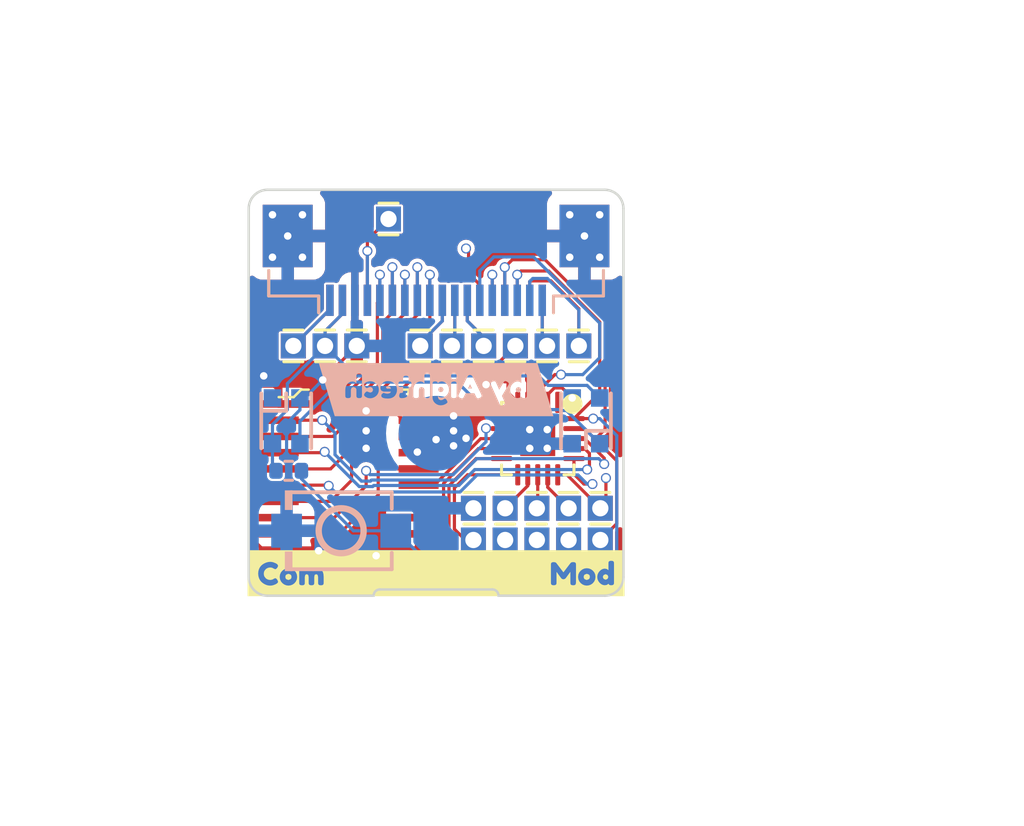
<source format=kicad_pcb>
(kicad_pcb (version 20240108) (generator "pcbnew") (generator_version "8.0")
  (title_block (title "Com. module") (date "2023-12-25") (rev "1.0") (company "Aightech"))
  (layers (0 "F.Cu" signal "Front") (1 "In1.Cu" signal) (2 "In2.Cu" signal) (31 "B.Cu" signal "Back") (34 "B.Paste" user) (35 "F.Paste" user) (36 "B.SilkS" user "B.Silkscreen") (37 "F.SilkS" user "F.Silkscreen") (38 "B.Mask" user) (39 "F.Mask" user) (44 "Edge.Cuts" user))
  (net 0 "")
  (net 1 "GND")
  (net 2 "/Vcap")
  (net 3 "/MISO")
  (net 4 "/MOSI")
  (net 5 "/SCLK")
  (net 6 "/CSB")
  (net 7 "/extRef")
  (net 8 "/addr_bus_0")
  (net 9 "/addr_bus_1")
  (net 10 "/addr_bus_2")
  (net 11 "/addr_bus_3")
  (net 12 "/addr_bus_4")
  (net 13 "/i2C_SCL")
  (net 14 "/I2C_SDA")
  (net 15 "/IO1_in")
  (net 16 "/IO2")
  (net 17 "/AUX1")
  (net 18 "/AUX2")
  (net 19 "/AUX3")
  (net 20 "/SWDIO{slash}MISO_ARM")
  (net 21 "/MOSI_ARM")
  (net 22 "/SCLK_ARM")
  (net 23 "/SPICS_ARM")
  (net 24 "/AIN0")
  (net 25 "Net-(LED1-DO)")
  (net 26 "/LED_IN")
  (net 27 "/LED_OUT")
  (net 28 "+3.3V")
  (net 30 "/addr_mod_0")
  (net 31 "/addr_mod_1")
  (net 32 "/addr_mod_2")
  (net 33 "/addr_mod_4")
  (net 34 "/addr_mod_3")
  (net 35 "/IO1_out")
  (net 36 "/GPIO")
  (footprint "Connector_PinHeader_1.27mm:PinHeader_1x01_P1.27mm_Vertical" (layer "F.Cu") (at 36.39 34.795)
    (property "Reference" "J17" (hide yes))
    (property "Value" "Conn_01x01_Pin" (hide yes))
    (pad "1" thru_hole rect (at 0 0) (size 1 1) (drill 0.65) (layers "*.Cu" "*.Mask") (net 14 "/I2C_SDA"))
  )
  (footprint "Connector_PinHeader_1.27mm:PinHeader_1x01_P1.27mm_Vertical" (layer "F.Cu") (at 29.180001 27.025)
    (property "Reference" "J5" (hide yes))
    (property "Value" "Conn_01x01_Pin" (hide yes))
    (pad "1" thru_hole rect (at 0 0) (size 1 1) (drill 0.65) (layers "*.Cu" "*.Mask") (net 3 "/MISO"))
  )
  (footprint "00_Custom:QFN-20-1EP_3x3mm_P0.4mm_EP1.4x1.4mm" (layer "F.Cu") (at 33.885 30.735 -90)
    (property "Reference" "U1" (hide yes))
    (property "Value" "HC32L110C6UA" (hide yes))
    (pad "1" smd roundrect (at -1.45 -0.8 270) (size 0.85 0.2) (layers "F.Cu" "F.Paste" "F.Mask"))
    (pad "2" smd roundrect (at -1.45 -0.4 270) (size 0.85 0.2) (layers "F.Cu" "F.Paste" "F.Mask") (net 26 "/LED_IN"))
    (pad "3" smd roundrect (at -1.45 0 270) (size 0.85 0.2) (layers "F.Cu" "F.Paste" "F.Mask") (net 15 "/IO1_in"))
    (pad "4" smd roundrect (at -1.45 0.4 270) (size 0.85 0.2) (layers "F.Cu" "F.Paste" "F.Mask") (net 1 "GND"))
    (pad "5" smd roundrect (at -1.45 0.8 270) (size 0.85 0.2) (layers "F.Cu" "F.Paste" "F.Mask") (net 2 "/Vcap"))
    (pad "6" smd roundrect (at -0.8 1.45 270) (size 0.2 0.85) (layers "F.Cu" "F.Paste" "F.Mask") (net 28 "+3.3V"))
    (pad "7" smd roundrect (at -0.4 1.45 270) (size 0.2 0.85) (layers "F.Cu" "F.Paste" "F.Mask") (net 34 "/addr_mod_3"))
    (pad "8" smd roundrect (at 0 1.45 270) (size 0.2 0.85) (layers "F.Cu" "F.Paste" "F.Mask") (net 33 "/addr_mod_4"))
    (pad "9" smd roundrect (at 0.4 1.45 270) (size 0.2 0.85) (layers "F.Cu" "F.Paste" "F.Mask") (net 23 "/SPICS_ARM"))
    (pad "10" smd roundrect (at 0.8 1.45 270) (size 0.2 0.85) (layers "F.Cu" "F.Paste" "F.Mask") (net 36 "/GPIO"))
    (pad "11" smd roundrect (at 1.45 0.8 270) (size 0.85 0.2) (layers "F.Cu" "F.Paste" "F.Mask") (net 24 "/AIN0"))
    (pad "12" smd roundrect (at 1.45 0.4 270) (size 0.85 0.2) (layers "F.Cu" "F.Paste" "F.Mask") (net 22 "/SCLK_ARM"))
    (pad "13" smd roundrect (at 1.45 0 270) (size 0.85 0.2) (layers "F.Cu" "F.Paste" "F.Mask") (net 21 "/MOSI_ARM"))
    (pad "14" smd roundrect (at 1.45 -0.4 270) (size 0.85 0.2) (layers "F.Cu" "F.Paste" "F.Mask") (net 20 "/SWDIO{slash}MISO_ARM"))
    (pad "15" smd roundrect (at 1.45 -0.8 270) (size 0.85 0.2) (layers "F.Cu" "F.Paste" "F.Mask") (net 35 "/IO1_out"))
    (pad "16" smd roundrect (at 0.8 -1.45 270) (size 0.2 0.85) (layers "F.Cu" "F.Paste" "F.Mask") (net 32 "/addr_mod_2"))
    (pad "17" smd roundrect (at 0.4 -1.45 270) (size 0.2 0.85) (layers "F.Cu" "F.Paste" "F.Mask") (net 31 "/addr_mod_1"))
    (pad "18" smd roundrect (at 0 -1.45 270) (size 0.2 0.85) (layers "F.Cu" "F.Paste" "F.Mask") (net 30 "/addr_mod_0"))
    (pad "19" smd roundrect (at -0.4 -1.45 270) (size 0.2 0.85) (layers "F.Cu" "F.Paste" "F.Mask") (net 14 "/I2C_SDA"))
    (pad "20" smd roundrect (at -0.8 -1.45 270) (size 0.2 0.85) (layers "F.Cu" "F.Paste" "F.Mask") (net 13 "/i2C_SCL"))
    (pad "21" smd rect (at 0 0 270) (size 1.4 1.4) (layers "F.Cu" "F.Mask") (net 1 "GND"))
  )
  (footprint "Connector_PinHeader_1.27mm:PinHeader_1x01_P1.27mm_Vertical" (layer "F.Cu") (at 27.910001 21.945)
    (property "Reference" "J3" (hide yes))
    (property "Value" "Conn_01x01_Pin" (hide yes))
    (pad "1" thru_hole rect (at 0 0) (size 1 1) (drill 0.65) (layers "*.Cu" "*.Mask") (net 19 "/AUX3"))
  )
  (footprint "Capacitor_SMD:C_0402_1005Metric" (layer "F.Cu") (at 33.175 28.215 180)
    (property "Reference" "C1" (hide yes))
    (property "Value" "4.7uF" (hide yes))
    (pad "1" smd roundrect (at -0.48 0 180) (size 0.56 0.62) (layers "F.Cu" "F.Paste" "F.Mask") (net 1 "GND"))
    (pad "2" smd roundrect (at 0.48 0 180) (size 0.56 0.62) (layers "F.Cu" "F.Paste" "F.Mask") (net 2 "/Vcap"))
  )
  (footprint "Connector_PinHeader_1.27mm:PinHeader_1x01_P1.27mm_Vertical" (layer "F.Cu") (at 24.100001 27.025)
    (property "Reference" "J19" (hide yes))
    (property "Value" "Conn_01x01_Pin" (hide yes))
    (pad "1" thru_hole rect (at 0 0) (size 1 1) (drill 0.65) (layers "*.Cu" "*.Mask") (net 17 "/AUX1"))
  )
  (footprint "Connector_PinHeader_1.27mm:PinHeader_1x01_P1.27mm_Vertical" (layer "F.Cu") (at 31.31 33.525)
    (property "Reference" "J23" (hide yes))
    (property "Value" "Conn_01x01_Pin" (hide yes))
    (pad "1" thru_hole rect (at 0 0) (size 1 1) (drill 0.65) (layers "*.Cu" "*.Mask") (net 1 "GND"))
  )
  (footprint "Connector_PinHeader_1.27mm:PinHeader_1x01_P1.27mm_Vertical" (layer "F.Cu") (at 35.530001 27.025)
    (property "Reference" "J20" (hide yes))
    (property "Value" "Conn_01x01_Pin" (hide yes))
    (pad "1" thru_hole rect (at 0 0) (size 1 1) (drill 0.65) (layers "*.Cu" "*.Mask") (net 18 "/AUX2"))
  )
  (footprint "00_Custom:XUNPU_FPC_05F_18P_H20" (layer "F.Cu") (at 29.815001 25.025 180)
    (property "Reference" "J10" (hide yes))
    (property "Value" "XF2J-1824-12A" (hide yes))
    (pad "1" smd rect (at -4.25 -0.175 180) (size 0.3 1.25) (layers "F.Cu" "F.Paste" "F.Mask") (net 7 "/extRef"))
    (pad "2" smd rect (at -3.75 -0.175 180) (size 0.3 1.25) (layers "F.Cu" "F.Paste" "F.Mask") (net 18 "/AUX2"))
    (pad "3" smd rect (at -3.25 -0.175 180) (size 0.3 1.25) (layers "F.Cu" "F.Paste" "F.Mask") (net 13 "/i2C_SCL"))
    (pad "4" smd rect (at -2.75 -0.175 180) (size 0.3 1.25) (layers "F.Cu" "F.Paste" "F.Mask") (net 14 "/I2C_SDA"))
    (pad "5" smd rect (at -2.25 -0.175 180) (size 0.3 1.25) (layers "F.Cu" "F.Paste" "F.Mask") (net 16 "/IO2"))
    (pad "6" smd rect (at -1.75 -0.175 180) (size 0.3 1.25) (layers "F.Cu" "F.Paste" "F.Mask") (net 35 "/IO1_out"))
    (pad "7" smd rect (at -1.25 -0.175 180) (size 0.3 1.25) (layers "F.Cu" "F.Paste" "F.Mask") (net 5 "/SCLK"))
    (pad "8" smd rect (at -0.75 -0.175 180) (size 0.3 1.25) (layers "F.Cu" "F.Paste" "F.Mask") (net 4 "/MOSI"))
    (pad "9" smd rect (at -0.25 -0.175 180) (size 0.3 1.25) (layers "F.Cu" "F.Paste" "F.Mask") (net 3 "/MISO"))
    (pad "10" smd rect (at 0.25 -0.175 180) (size 0.3 1.25) (layers "F.Cu" "F.Paste" "F.Mask") (net 12 "/addr_bus_4"))
    (pad "11" smd rect (at 0.75 -0.175 180) (size 0.3 1.25) (layers "F.Cu" "F.Paste" "F.Mask") (net 11 "/addr_bus_3"))
    (pad "12" smd rect (at 1.25 -0.175 180) (size 0.3 1.25) (layers "F.Cu" "F.Paste" "F.Mask") (net 10 "/addr_bus_2"))
    (pad "13" smd rect (at 1.75 -0.175 180) (size 0.3 1.25) (layers "F.Cu" "F.Paste" "F.Mask") (net 9 "/addr_bus_1"))
    (pad "14" smd rect (at 2.25 -0.175 180) (size 0.3 1.25) (layers "F.Cu" "F.Paste" "F.Mask") (net 8 "/addr_bus_0"))
    (pad "15" smd rect (at 2.75 -0.175 180) (size 0.3 1.25) (layers "F.Cu" "F.Paste" "F.Mask") (net 19 "/AUX3"))
    (pad "16" smd rect (at 3.25 -0.175 180) (size 0.3 1.25) (layers "F.Cu" "F.Paste" "F.Mask") (net 1 "GND"))
    (pad "17" smd rect (at 3.75 -0.175 180) (size 0.3 1.25) (layers "F.Cu" "F.Paste" "F.Mask") (net 28 "+3.3V"))
    (pad "18" smd rect (at 4.25 -0.175 180) (size 0.3 1.25) (layers "F.Cu" "F.Paste" "F.Mask") (net 17 "/AUX1"))
    (pad "19" smd rect (at -5.94 2.4 180) (size 2 2.5) (layers "F.Cu" "F.Paste" "F.Mask") (net 1 "GND"))
    (pad "20" smd rect (at 5.94 2.4 180) (size 2 2.5) (layers "F.Cu" "F.Paste" "F.Mask") (net 1 "GND"))
  )
  (footprint "Connector_PinHeader_1.27mm:PinHeader_1x01_P1.27mm_Vertical" (layer "F.Cu") (at 26.640001 27.025 180)
    (property "Reference" "J2" (hide yes))
    (property "Value" "Conn_01x01_Pin" (hide yes))
    (pad "1" thru_hole rect (at 0 0 180) (size 1 1) (drill 0.65) (layers "*.Cu" "*.Mask") (net 1 "GND"))
  )
  (footprint "Connector_PinHeader_1.27mm:PinHeader_1x01_P1.27mm_Vertical" (layer "F.Cu") (at 35.12 33.525 180)
    (property "Reference" "J12" (hide yes))
    (property "Value" "Conn_01x01_Pin" (hide yes))
    (pad "1" thru_hole rect (at 0 0 180) (size 1 1) (drill 0.65) (layers "*.Cu" "*.Mask") (net 20 "/SWDIO{slash}MISO_ARM"))
  )
  (footprint "Connector_PinHeader_1.27mm:PinHeader_1x01_P1.27mm_Vertical" (layer "F.Cu") (at 32.990001 27.025)
    (property "Reference" "J8" (hide yes))
    (property "Value" "Conn_01x01_Pin" (hide yes))
    (pad "1" thru_hole rect (at 0 0) (size 1 1) (drill 0.65) (layers "*.Cu" "*.Mask") (net 6 "/CSB"))
  )
  (footprint "Connector_PinHeader_1.27mm:PinHeader_1x01_P1.27mm_Vertical" (layer "F.Cu") (at 25.370001 27.025)
    (property "Reference" "J1" (hide yes))
    (property "Value" "Conn_01x01_Pin" (hide yes))
    (pad "1" thru_hole rect (at 0 0) (size 1 1) (drill 0.65) (layers "*.Cu" "*.Mask") (net 28 "+3.3V"))
  )
  (footprint "digikey-footprints:TSSOP-20_W4.4mm" (layer "F.Cu") (at 26.315001 32.275 -90)
    (property "Reference" "U2" (hide yes))
    (property "Value" "74HC688" (hide yes))
    (pad "1" smd rect (at -2.925 2.8 270) (size 0.3 1.6) (layers "F.Cu" "F.Paste" "F.Mask") (net 1 "GND"))
    (pad "2" smd rect (at -2.275 2.8 270) (size 0.3 1.6) (layers "F.Cu" "F.Paste" "F.Mask") (net 30 "/addr_mod_0"))
    (pad "3" smd rect (at -1.625 2.8 270) (size 0.3 1.6) (layers "F.Cu" "F.Paste" "F.Mask") (net 8 "/addr_bus_0"))
    (pad "4" smd rect (at -0.975 2.8 270) (size 0.3 1.6) (layers "F.Cu" "F.Paste" "F.Mask") (net 31 "/addr_mod_1"))
    (pad "5" smd rect (at -0.325 2.8 270) (size 0.3 1.6) (layers "F.Cu" "F.Paste" "F.Mask") (net 9 "/addr_bus_1"))
    (pad "6" smd rect (at 0.325 2.8 270) (size 0.3 1.6) (layers "F.Cu" "F.Paste" "F.Mask") (net 32 "/addr_mod_2"))
    (pad "7" smd rect (at 0.975 2.8 270) (size 0.3 1.6) (layers "F.Cu" "F.Paste" "F.Mask") (net 10 "/addr_bus_2"))
    (pad "8" smd rect (at 1.625 2.8 270) (size 0.3 1.6) (layers "F.Cu" "F.Paste" "F.Mask") (net 34 "/addr_mod_3"))
    (pad "9" smd rect (at 2.275 2.8 270) (size 0.3 1.6) (layers "F.Cu" "F.Paste" "F.Mask") (net 11 "/addr_bus_3"))
    (pad "10" smd rect (at 2.925 2.8 270) (size 0.3 1.6) (layers "F.Cu" "F.Paste" "F.Mask") (net 1 "GND"))
    (pad "11" smd rect (at 2.925 -2.8 270) (size 0.3 1.6) (layers "F.Cu" "F.Paste" "F.Mask") (net 1 "GND"))
    (pad "12" smd rect (at 2.275 -2.8 270) (size 0.3 1.6) (layers "F.Cu" "F.Paste" "F.Mask") (net 1 "GND"))
    (pad "13" smd rect (at 1.625 -2.8 270) (size 0.3 1.6) (layers "F.Cu" "F.Paste" "F.Mask") (net 1 "GND"))
    (pad "14" smd rect (at 0.975 -2.8 270) (size 0.3 1.6) (layers "F.Cu" "F.Paste" "F.Mask") (net 1 "GND"))
    (pad "15" smd rect (at 0.325 -2.8 270) (size 0.3 1.6) (layers "F.Cu" "F.Paste" "F.Mask") (net 33 "/addr_mod_4"))
    (pad "16" smd rect (at -0.325 -2.8 270) (size 0.3 1.6) (layers "F.Cu" "F.Paste" "F.Mask") (net 12 "/addr_bus_4"))
    (pad "17" smd rect (at -0.975 -2.8 270) (size 0.3 1.6) (layers "F.Cu" "F.Paste" "F.Mask") (net 1 "GND"))
    (pad "18" smd rect (at -1.625 -2.8 270) (size 0.3 1.6) (layers "F.Cu" "F.Paste" "F.Mask") (net 1 "GND"))
    (pad "19" smd rect (at -2.275 -2.8 270) (size 0.3 1.6) (layers "F.Cu" "F.Paste" "F.Mask") (net 6 "/CSB"))
    (pad "20" smd rect (at -2.925 -2.8 270) (size 0.3 1.6) (layers "F.Cu" "F.Paste" "F.Mask") (net 28 "+3.3V"))
  )
  (footprint "Connector_PinHeader_1.27mm:PinHeader_1x01_P1.27mm_Vertical" (layer "F.Cu") (at 33.85 34.795)
    (property "Reference" "J15" (hide yes))
    (property "Value" "Conn_01x01_Pin" (hide yes))
    (pad "1" thru_hole rect (at 0 0) (size 1 1) (drill 0.65) (layers "*.Cu" "*.Mask") (net 23 "/SPICS_ARM"))
  )
  (footprint "Connector_PinHeader_1.27mm:PinHeader_1x01_P1.27mm_Vertical" (layer "F.Cu") (at 32.58 33.525 180)
    (property "Reference" "J14" (hide yes))
    (property "Value" "Conn_01x01_Pin" (hide yes))
    (pad "1" thru_hole rect (at 0 0 180) (size 1 1) (drill 0.65) (layers "*.Cu" "*.Mask") (net 22 "/SCLK_ARM"))
  )
  (footprint "Connector_PinHeader_1.27mm:PinHeader_1x01_P1.27mm_Vertical" (layer "F.Cu") (at 31.31 34.795)
    (property "Reference" "J18" (hide yes))
    (property "Value" "Conn_01x01_Pin" (hide yes))
    (pad "1" thru_hole rect (at 0 0) (size 1 1) (drill 0.65) (layers "*.Cu" "*.Mask") (net 24 "/AIN0"))
  )
  (footprint "Connector_PinHeader_1.27mm:PinHeader_1x01_P1.27mm_Vertical" (layer "F.Cu") (at 33.850001 33.525 180)
    (property "Reference" "J13" (hide yes))
    (property "Value" "Conn_01x01_Pin" (hide yes))
    (pad "1" thru_hole rect (at 0 0 180) (size 1 1) (drill 0.65) (layers "*.Cu" "*.Mask") (net 21 "/MOSI_ARM"))
  )
  (footprint "Connector_PinHeader_1.27mm:PinHeader_1x01_P1.27mm_Vertical" (layer "F.Cu") (at 31.720001 27.025)
    (property "Reference" "J7" (hide yes))
    (property "Value" "Conn_01x01_Pin" (hide yes))
    (pad "1" thru_hole rect (at 0 0) (size 1 1) (drill 0.65) (layers "*.Cu" "*.Mask") (net 5 "/SCLK"))
  )
  (footprint "Connector_PinHeader_1.27mm:PinHeader_1x01_P1.27mm_Vertical" (layer "F.Cu") (at 32.58 34.795)
    (property "Reference" "J21" (hide yes))
    (property "Value" "Conn_01x01_Pin" (hide yes))
    (pad "1" thru_hole rect (at 0 0) (size 1 1) (drill 0.65) (layers "*.Cu" "*.Mask") (net 36 "/GPIO"))
  )
  (footprint "Connector_PinHeader_1.27mm:PinHeader_1x01_P1.27mm_Vertical" (layer "F.Cu") (at 35.12 34.795)
    (property "Reference" "J16" (hide yes))
    (property "Value" "Conn_01x01_Pin" (hide yes))
    (pad "1" thru_hole rect (at 0 0) (size 1 1) (drill 0.65) (layers "*.Cu" "*.Mask") (net 13 "/i2C_SCL"))
  )
  (footprint "Connector_PinHeader_1.27mm:PinHeader_1x01_P1.27mm_Vertical" (layer "F.Cu") (at 36.39 33.525 180)
    (property "Reference" "J11" (hide yes))
    (property "Value" "Conn_01x01_Pin" (hide yes))
    (pad "1" thru_hole rect (at 0 0 180) (size 1 1) (drill 0.65) (layers "*.Cu" "*.Mask") (net 35 "/IO1_out"))
  )
  (footprint "kibuzzard-658C3FF8" (layer "F.Cu") (at 29.815 36.125)
    (property "Reference" "kibuzzard-658C3FF8" (hide yes))
    (property "Value" "G***" (hide yes))
  )
  (footprint "Connector_PinHeader_1.27mm:PinHeader_1x01_P1.27mm_Vertical" (layer "F.Cu") (at 30.450001 27.025)
    (property "Reference" "J6" (hide yes))
    (property "Value" "Conn_01x01_Pin" (hide yes))
    (pad "1" thru_hole rect (at 0 0) (size 1 1) (drill 0.65) (layers "*.Cu" "*.Mask") (net 4 "/MOSI"))
  )
  (footprint "Connector_PinHeader_1.27mm:PinHeader_1x01_P1.27mm_Vertical" (layer "F.Cu") (at 34.260001 27.025)
    (property "Reference" "J9" (hide yes))
    (property "Value" "Conn_01x01_Pin" (hide yes))
    (pad "1" thru_hole rect (at 0 0) (size 1 1) (drill 0.65) (layers "*.Cu" "*.Mask") (net 7 "/extRef"))
  )
  (footprint "00_Custom:WS2812-2020" (layer "B.Cu") (at 23.815001 30.025 90)
    (property "Reference" "LED2" (hide yes))
    (property "Value" "WS2812-2020" (hide yes))
    (pad "1" smd rect (at 0.915 -0.55 90) (size 0.7 0.7) (layers "B.Cu" "B.Paste" "B.Mask") (net 27 "/LED_OUT"))
    (pad "2" smd rect (at 0.915 0.55 90) (size 0.7 0.7) (layers "B.Cu" "B.Paste" "B.Mask") (net 1 "GND"))
    (pad "3" smd rect (at -0.915 0.55 90) (size 0.7 0.7) (layers "B.Cu" "B.Paste" "B.Mask") (net 25 "Net-(LED1-DO)"))
    (pad "4" smd rect (at -0.915 -0.55 90) (size 0.7 0.7) (layers "B.Cu" "B.Paste" "B.Mask") (net 28 "+3.3V"))
  )
  (footprint "00_Custom:XUNPU_FPC_05F_18P_H20" (layer "B.Cu") (at 29.815001 25.025)
    (property "Reference" "J4" (hide yes))
    (property "Value" "XF2J-1824-12A" (hide yes))
    (pad "1" smd rect (at -4.25 0.175) (size 0.3 1.25) (layers "B.Cu" "B.Paste" "B.Mask") (net 17 "/AUX1"))
    (pad "2" smd rect (at -3.75 0.175) (size 0.3 1.25) (layers "B.Cu" "B.Paste" "B.Mask") (net 28 "+3.3V"))
    (pad "3" smd rect (at -3.25 0.175) (size 0.3 1.25) (layers "B.Cu" "B.Paste" "B.Mask") (net 1 "GND"))
    (pad "4" smd rect (at -2.75 0.175) (size 0.3 1.25) (layers "B.Cu" "B.Paste" "B.Mask") (net 19 "/AUX3"))
    (pad "5" smd rect (at -2.25 0.175) (size 0.3 1.25) (layers "B.Cu" "B.Paste" "B.Mask") (net 8 "/addr_bus_0"))
    (pad "6" smd rect (at -1.75 0.175) (size 0.3 1.25) (layers "B.Cu" "B.Paste" "B.Mask") (net 9 "/addr_bus_1"))
    (pad "7" smd rect (at -1.25 0.175) (size 0.3 1.25) (layers "B.Cu" "B.Paste" "B.Mask") (net 10 "/addr_bus_2"))
    (pad "8" smd rect (at -0.75 0.175) (size 0.3 1.25) (layers "B.Cu" "B.Paste" "B.Mask") (net 11 "/addr_bus_3"))
    (pad "9" smd rect (at -0.25 0.175) (size 0.3 1.25) (layers "B.Cu" "B.Paste" "B.Mask") (net 12 "/addr_bus_4"))
    (pad "10" smd rect (at 0.25 0.175) (size 0.3 1.25) (layers "B.Cu" "B.Paste" "B.Mask") (net 3 "/MISO"))
    (pad "11" smd rect (at 0.75 0.175) (size 0.3 1.25) (layers "B.Cu" "B.Paste" "B.Mask") (net 4 "/MOSI"))
    (pad "12" smd rect (at 1.25 0.175) (size 0.3 1.25) (layers "B.Cu" "B.Paste" "B.Mask") (net 5 "/SCLK"))
    (pad "13" smd rect (at 1.75 0.175) (size 0.3 1.25) (layers "B.Cu" "B.Paste" "B.Mask") (net 15 "/IO1_in"))
    (pad "14" smd rect (at 2.25 0.175) (size 0.3 1.25) (layers "B.Cu" "B.Paste" "B.Mask") (net 16 "/IO2"))
    (pad "15" smd rect (at 2.75 0.175) (size 0.3 1.25) (layers "B.Cu" "B.Paste" "B.Mask") (net 14 "/I2C_SDA"))
    (pad "16" smd rect (at 3.25 0.175) (size 0.3 1.25) (layers "B.Cu" "B.Paste" "B.Mask") (net 13 "/i2C_SCL"))
    (pad "17" smd rect (at 3.75 0.175) (size 0.3 1.25) (layers "B.Cu" "B.Paste" "B.Mask") (net 18 "/AUX2"))
    (pad "18" smd rect (at 4.25 0.175) (size 0.3 1.25) (layers "B.Cu" "B.Paste" "B.Mask") (net 7 "/extRef"))
    (pad "19" smd rect (at -5.94 -2.4) (size 2 2.5) (layers "B.Cu" "B.Paste" "B.Mask") (net 1 "GND"))
    (pad "20" smd rect (at 5.94 -2.4) (size 2 2.5) (layers "B.Cu" "B.Paste" "B.Mask") (net 1 "GND"))
  )
  (footprint "00_Custom:insert_1.2mm" (layer "B.Cu") (at 29.815 30.525 180)
    (property "Reference" "I1" (hide yes))
    (property "Value" "smd_insert" (hide yes))
    (pad "1" smd circle (at 0 0 180) (size 3 3) (layers "B.Cu" "B.Mask") (net 1 "GND"))
  )
  (footprint "00_Custom:WS2812-2020" (layer "B.Cu") (at 35.815001 30.025 -90)
    (property "Reference" "LED1" (hide yes))
    (property "Value" "WS2812-2020" (hide yes))
    (pad "1" smd rect (at 0.915 -0.55 270) (size 0.7 0.7) (layers "B.Cu" "B.Paste" "B.Mask") (net 25 "Net-(LED1-DO)"))
    (pad "2" smd rect (at 0.915 0.55 270) (size 0.7 0.7) (layers "B.Cu" "B.Paste" "B.Mask") (net 1 "GND"))
    (pad "3" smd rect (at -0.915 0.55 270) (size 0.7 0.7) (layers "B.Cu" "B.Paste" "B.Mask") (net 26 "/LED_IN"))
    (pad "4" smd rect (at -0.915 -0.55 270) (size 0.7 0.7) (layers "B.Cu" "B.Paste" "B.Mask") (net 28 "+3.3V"))
  )
  (footprint "Resistor_SMD:R_0402_1005Metric" (layer "B.Cu") (at 23.915 32.025)
    (property "Reference" "R1" (hide yes))
    (property "Value" "10K" (hide yes))
    (pad "1" smd roundrect (at -0.51 0) (size 0.54 0.64) (layers "B.Cu" "B.Paste" "B.Mask") (net 28 "+3.3V"))
    (pad "2" smd roundrect (at 0.51 0) (size 0.54 0.64) (layers "B.Cu" "B.Paste" "B.Mask") (net 36 "/GPIO"))
  )
  (footprint "kibuzzard-658C2757" (layer "B.Cu") (at 29.815 28.775 180)
    (property "Reference" "kibuzzard-658C2757" (hide yes))
    (property "Value" "G***" (hide yes))
  )
  (footprint "00_Custom:SW-SMD_L3.9-W3.0-P4.45" (layer "B.Cu") (at 26.015 34.425 180)
    (property "Reference" "SW1" (hide yes))
    (property "Value" "NA" (hide yes))
    (pad "1" smd rect (at -2.185 0 180) (size 1.23 1.36) (layers "B.Cu" "B.Paste" "B.Mask") (net 36 "/GPIO"))
    (pad "2" smd rect (at 2.185 0 180) (size 1.23 1.36) (layers "B.Cu" "B.Paste" "B.Mask") (net 1 "GND"))
  )
  (gr_line (start 22.315001 21.525) (end 22.315001 36.275) (stroke (width 0.1)) (layer "Edge.Cuts"))
  (gr_arc (start 36.565001 20.774999) (mid 37.095331 20.994669) (end 37.315001 21.524999) (stroke (width 0.1)) (layer "Edge.Cuts"))
  (gr_arc (start 32.065 36.775) (mid 32.241777 36.848223) (end 32.315 37.025) (stroke (width 0.1)) (layer "Edge.Cuts"))
  (gr_line (start 23.065 37.025) (end 27.315 37.025) (stroke (width 0.1)) (layer "Edge.Cuts"))
  (gr_line (start 32.315 37.025) (end 32.315 37.025) (stroke (width 0.1)) (layer "Edge.Cuts"))
  (gr_line (start 27.315 37.025) (end 27.315 37.025) (stroke (width 0.1)) (layer "Edge.Cuts"))
  (gr_line (start 32.315 37.025) (end 36.565 37.025) (stroke (width 0.1)) (layer "Edge.Cuts"))
  (gr_line (start 36.565001 20.774999) (end 23.065001 20.775) (stroke (width 0.1)) (layer "Edge.Cuts"))
  (gr_arc (start 22.315001 21.525) (mid 22.534671 20.99467) (end 23.065001 20.775) (stroke (width 0.1)) (layer "Edge.Cuts"))
  (gr_arc (start 37.315 36.275) (mid 37.09533 36.80533) (end 36.565 37.025) (stroke (width 0.1)) (layer "Edge.Cuts"))
  (gr_line (start 27.565 36.775) (end 32.065 36.775) (stroke (width 0.1)) (layer "Edge.Cuts"))
  (gr_arc (start 23.065 37.025) (mid 22.53467 36.80533) (end 22.315001 36.275) (stroke (width 0.1)) (layer "Edge.Cuts"))
  (gr_line (start 37.315001 21.524999) (end 37.315 36.275) (stroke (width 0.1)) (layer "Edge.Cuts"))
  (gr_arc (start 27.315 37.025) (mid 27.388223 36.848223) (end 27.565 36.775) (stroke (width 0.1)) (layer "Edge.Cuts"))
  (segment (start 23.515001 29.35) (end 23.515001 28.825001) (width 0.127) (layer "F.Cu") (net 1))
  (segment (start 23.540001 35.225) (end 23.515001 35.2) (width 0.127) (layer "F.Cu") (net 1))
  (segment (start 29.115001 30.65) (end 29.065 31.275) (width 0.127) (layer "F.Cu") (net 1))
  (segment (start 29.115001 35.2) (end 29.115001 33.25) (width 0.127) (layer "F.Cu") (net 1))
  (segment (start 27.64 35.2) (end 29.115001 35.2) (width 0.127) (layer "F.Cu") (net 1))
  (segment (start 25.2775 28.3875) (end 26.640001 27.025) (width 0.127) (layer "F.Cu") (net 1))
  (segment (start 26.565001 26.95) (end 26.640001 27.025) (width 0.127) (layer "F.Cu") (net 1))
  (segment (start 22.561501 29.6535) (end 22.865001 29.35) (width 0.127) (layer "F.Cu") (net 1))
  (segment (start 33.485 28.385) (end 33.485 29.285) (width 0.127) (layer "F.Cu") (net 1))
  (segment (start 22.908001 35.2) (end 22.561501 34.8535) (width 0.127) (layer "F.Cu") (net 1))
  (segment (start 25.115 35.225) (end 23.540001 35.225) (width 0.127) (layer "F.Cu") (net 1))
  (segment (start 29.115001 35.2) (end 29.765001 35.2) (width 0.127) (layer "F.Cu") (net 1))
  (segment (start 33.655 28.215) (end 33.485 28.385) (width 0.127) (layer "F.Cu") (net 1))
  (segment (start 33.525 30.375) (end 33.565 30.375) (width 0.127) (layer "F.Cu") (net 1))
  (segment (start 33.565 30.415) (end 33.885 30.735) (width 0.127) (layer "F.Cu") (net 1))
  (segment (start 29.065 31.275) (end 29.115001 31.3) (width 0.127) (layer "F.Cu") (net 1))
  (segment (start 24.315001 29.35) (end 25.2775 28.3875) (width 0.127) (layer "F.Cu") (net 1))
  (segment (start 26.565001 25.2) (end 26.565001 26.95) (width 0.127) (layer "F.Cu") (net 1))
  (segment (start 22.865001 29.35) (end 23.515001 29.35) (width 0.127) (layer "F.Cu") (net 1))
  (segment (start 23.515001 29.35) (end 24.315001 29.35) (width 0.127) (layer "F.Cu") (net 1))
  (segment (start 27.415 35.425) (end 27.64 35.2) (width 0.127) (layer "F.Cu") (net 1))
  (segment (start 23.515001 35.2) (end 22.908001 35.2) (width 0.127) (layer "F.Cu") (net 1))
  (segment (start 33.565 30.375) (end 33.565 30.415) (width 0.127) (layer "F.Cu") (net 1))
  (segment (start 23.515001 28.825001) (end 22.915 28.225) (width 0.127) (layer "F.Cu") (net 1))
  (segment (start 33.485 29.285) (end 33.485 30.335) (width 0.127) (layer "F.Cu") (net 1))
  (segment (start 22.561501 34.8535) (end 22.561501 29.6535) (width 0.127) (layer "F.Cu") (net 1))
  (segment (start 28.655001 33.25) (end 29.115001 33.25) (width 0.127) (layer "F.Cu") (net 1))
  (segment (start 33.485 30.335) (end 33.525 30.375) (width 0.127) (layer "F.Cu") (net 1))
  (via (at 30.515 31.025) (size 0.4) (drill 0.3) (layers "F.Cu" "B.Cu") (net 1))
  (via (at 31.015 30.725) (size 0.4) (drill 0.3) (layers "F.Cu" "B.Cu") (net 1))
  (via (at 22.915 28.225) (size 0.4) (drill 0.3) (layers "F.Cu" "B.Cu") (net 1))
  (via (at 27.015 30.425) (size 0.4) (drill 0.3) (layers "F.Cu" "B.Cu") (net 1))
  (via (at 25.115 35.225) (size 0.4) (drill 0.3) (layers "F.Cu" "B.Cu") (net 1))
  (via (at 33.565 30.375) (size 0.4) (drill 0.3) (layers "F.Cu" "B.Cu") (net 1))
  (via (at 35.165 21.775) (size 0.4) (drill 0.3) (layers "F.Cu" "B.Cu") (net 1))
  (via (at 36.365 23.475) (size 0.4) (drill 0.3) (layers "F.Cu" "B.Cu") (net 1))
  (via (at 29.065 31.275) (size 0.4) (drill 0.3) (layers "F.Cu" "B.Cu") (net 1))
  (via (at 27.015 29.625) (size 0.4) (drill 0.3) (layers "F.Cu" "B.Cu") (net 1))
  (via (at 29.815 30.775) (size 0.4) (drill 0.3) (layers "F.Cu" "B.Cu") (net 1))
  (via (at 30.515 30.425) (size 0.4) (drill 0.3) (layers "F.Cu" "B.Cu") (net 1))
  (via (at 35.165 23.475) (size 0.4) (drill 0.3) (layers "F.Cu" "B.Cu") (net 1))
  (via (at 25.2775 28.3875) (size 0.4) (drill 0.3) (layers "F.Cu" "B.Cu") (net 1))
  (via (at 30.515 29.825) (size 0.4) (drill 0.3) (layers "F.Cu" "B.Cu") (net 1))
  (via (at 27.015 31.125) (size 0.4) (drill 0.3) (layers "F.Cu" "B.Cu") (net 1))
  (via (at 34.265 31.125) (size 0.4) (drill 0.3) (layers "F.Cu" "B.Cu") (net 1))
  (via (at 34.265 30.375) (size 0.4) (drill 0.3) (layers "F.Cu" "B.Cu") (net 1))
  (via (at 24.465 23.475) (size 0.4) (drill 0.3) (layers "F.Cu" "B.Cu") (net 1))
  (via (at 35.755001 22.625) (size 0.4) (drill 0.3) (layers "F.Cu" "B.Cu") (net 1))
  (via (at 23.265 23.475) (size 0.4) (drill 0.3) (layers "F.Cu" "B.Cu") (net 1))
  (via (at 36.365 21.775) (size 0.4) (drill 0.3) (layers "F.Cu" "B.Cu") (net 1))
  (via (at 33.565 31.125) (size 0.4) (drill 0.3) (layers "F.Cu" "B.Cu") (net 1))
  (via (at 24.465 21.775) (size 0.4) (drill 0.3) (layers "F.Cu" "B.Cu") (net 1))
  (via (at 23.875001 22.625) (size 0.4) (drill 0.3) (layers "F.Cu" "B.Cu") (net 1))
  (via (at 27.415 35.425) (size 0.4) (drill 0.3) (layers "F.Cu" "B.Cu") (net 1))
  (via (at 23.265 21.775) (size 0.4) (drill 0.3) (layers "F.Cu" "B.Cu") (net 1))
  (segment (start 24.365001 29.11) (end 24.555 29.11) (width 0.127) (layer "B.Cu") (net 1))
  (segment (start 23.83 30.122001) (end 23.83 34.425) (width 0.127) (layer "B.Cu") (net 1))
  (segment (start 34.08 30.94) (end 34.265 31.125) (width 0.127) (layer "B.Cu") (net 1))
  (segment (start 26.565001 25.2) (end 26.565001 26.95) (width 0.127) (layer "B.Cu") (net 1))
  (segment (start 34.45 30.94) (end 35.265001 30.94) (width 0.127) (layer "B.Cu") (net 1))
  (segment (start 24.555 29.11) (end 25.2775 28.3875) (width 0.127) (layer "B.Cu") (net 1))
  (segment (start 24.365001 29.11) (end 24.365001 29.587) (width 0.127) (layer "B.Cu") (net 1))
  (segment (start 26.565001 26.95) (end 26.640001 27.025) (width 0.127) (layer "B.Cu") (net 1))
  (segment (start 33.98 30.94) (end 34.08 30.94) (width 0.127) (layer "B.Cu") (net 1))
  (segment (start 24.365001 29.587) (end 23.83 30.122001) (width 0.127) (layer "B.Cu") (net 1))
  (segment (start 34.265 31.125) (end 34.45 30.94) (width 0.127) (layer "B.Cu") (net 1))
  (segment (start 32.695 28.215) (end 32.695 28.895) (width 0.127) (layer "F.Cu") (net 2))
  (segment (start 32.695 28.895) (end 33.085 29.285) (width 0.127) (layer "F.Cu") (net 2))
  (segment (start 30.065001 25.2) (end 30.065001 26.025) (width 0.127) (layer "F.Cu") (net 3))
  (segment (start 29.180001 26.91) (end 29.180001 27.025) (width 0.127) (layer "F.Cu") (net 3))
  (segment (start 30.065001 26.025) (end 29.180001 26.91) (width 0.127) (layer "F.Cu") (net 3))
  (segment (start 30.065001 25.2) (end 30.065001 26.025) (width 0.127) (layer "B.Cu") (net 3))
  (segment (start 30.065001 26.025) (end 29.180001 26.91) (width 0.127) (layer "B.Cu") (net 3))
  (segment (start 29.180001 26.91) (end 29.180001 27.025) (width 0.127) (layer "B.Cu") (net 3))
  (segment (start 30.565001 26.91) (end 30.450001 27.025) (width 0.127) (layer "F.Cu") (net 4))
  (segment (start 30.565001 25.2) (end 30.565001 26.91) (width 0.127) (layer "F.Cu") (net 4))
  (segment (start 30.565001 26.91) (end 30.450001 27.025) (width 0.127) (layer "B.Cu") (net 4))
  (segment (start 30.565001 25.2) (end 30.565001 26.91) (width 0.127) (layer "B.Cu") (net 4))
  (segment (start 31.065001 25.2) (end 31.065001 26.022501) (width 0.127) (layer "F.Cu") (net 5))
  (segment (start 31.720001 26.677501) (end 31.720001 27.025) (width 0.127) (layer "F.Cu") (net 5))
  (segment (start 31.065001 26.022501) (end 31.720001 26.677501) (width 0.127) (layer "F.Cu") (net 5))
  (segment (start 31.065001 26.025) (end 31.720001 26.68) (width 0.127) (layer "B.Cu") (net 5))
  (segment (start 31.720001 26.68) (end 31.720001 27.025) (width 0.127) (layer "B.Cu") (net 5))
  (segment (start 31.065001 25.2) (end 31.065001 26.025) (width 0.127) (layer "B.Cu") (net 5))
  (segment (start 28.015 29.506999) (end 28.508001 30) (width 0.127) (layer "F.Cu") (net 6))
  (segment (start 32.090001 27.925) (end 29.283001 27.925) (width 0.127) (layer "F.Cu") (net 6))
  (segment (start 32.990001 27.025) (end 32.090001 27.925) (width 0.127) (layer "F.Cu") (net 6))
  (segment (start 29.283001 27.925) (end 28.015 29.193001) (width 0.127) (layer "F.Cu") (net 6))
  (segment (start 28.508001 30) (end 29.115001 30) (width 0.127) (layer "F.Cu") (net 6))
  (segment (start 28.015 29.193001) (end 28.015 29.506999) (width 0.127) (layer "F.Cu") (net 6))
  (segment (start 34.065001 26.83) (end 34.260001 27.025) (width 0.127) (layer "F.Cu") (net 7))
  (segment (start 34.065001 25.2) (end 34.065001 26.83) (width 0.127) (layer "F.Cu") (net 7))
  (segment (start 34.065001 26.83) (end 34.260001 27.025) (width 0.127) (layer "B.Cu") (net 7))
  (segment (start 34.065001 25.2) (end 34.065001 26.83) (width 0.127) (layer "B.Cu") (net 7))
  (segment (start 25.69 30.65) (end 23.515001 30.65) (width 0.127) (layer "F.Cu") (net 8))
  (segment (start 27.465 27.725) (end 25.997 29.193) (width 0.127) (layer "F.Cu") (net 8))
  (segment (start 27.465 25.300001) (end 27.465 27.725) (width 0.127) (layer "F.Cu") (net 8))
  (segment (start 27.565001 25.2) (end 27.465 25.300001) (width 0.127) (layer "F.Cu") (net 8))
  (segment (start 27.565 24.175) (end 27.565001 25.2) (width 0.127) (layer "F.Cu") (net 8))
  (segment (start 25.997 30.343) (end 25.69 30.65) (width 0.127) (layer "F.Cu") (net 8))
  (segment (start 25.997 29.193) (end 25.997 30.343) (width 0.127) (layer "F.Cu") (net 8))
  (via (at 27.565 24.175) (size 0.4) (drill 0.3) (layers "F.Cu" "B.Cu") (net 8))
  (segment (start 27.565001 25.2) (end 27.565 24.175) (width 0.127) (layer "B.Cu") (net 8))
  (segment (start 27.682 27.814884) (end 26.214 29.282884) (width 0.127) (layer "F.Cu") (net 9))
  (segment (start 27.682 26.078501) (end 27.682 27.814884) (width 0.127) (layer "F.Cu") (net 9))
  (segment (start 26.214 29.282884) (end 26.214 31.326) (width 0.127) (layer "F.Cu") (net 9))
  (segment (start 28.065001 25.2) (end 28.065001 25.6955) (width 0.127) (layer "F.Cu") (net 9))
  (segment (start 28.065 23.875) (end 28.065001 25.2) (width 0.127) (layer "F.Cu") (net 9))
  (segment (start 26.214 31.326) (end 25.59 31.95) (width 0.127) (layer "F.Cu") (net 9))
  (segment (start 28.065001 25.6955) (end 27.682 26.078501) (width 0.127) (layer "F.Cu") (net 9))
  (segment (start 25.59 31.95) (end 23.515001 31.95) (width 0.127) (layer "F.Cu") (net 9))
  (via (at 28.065 23.875) (size 0.4) (drill 0.3) (layers "F.Cu" "B.Cu") (net 9))
  (segment (start 28.065001 25.2) (end 28.065 23.875) (width 0.127) (layer "B.Cu") (net 9))
  (segment (start 26.431 32.409) (end 25.59 33.25) (width 0.127) (layer "F.Cu") (net 10))
  (segment (start 26.431 29.372768) (end 26.431 32.409) (width 0.127) (layer "F.Cu") (net 10))
  (segment (start 28.565001 25.724999) (end 27.899 26.391) (width 0.127) (layer "F.Cu") (net 10))
  (segment (start 27.899 27.904768) (end 26.431 29.372768) (width 0.127) (layer "F.Cu") (net 10))
  (segment (start 28.565001 25.2) (end 28.565001 25.724999) (width 0.127) (layer "F.Cu") (net 10))
  (segment (start 25.59 33.25) (end 23.515001 33.25) (width 0.127) (layer "F.Cu") (net 10))
  (segment (start 27.899 26.391) (end 27.899 27.904768) (width 0.127) (layer "F.Cu") (net 10))
  (segment (start 28.565 24.175) (end 28.565001 25.2) (width 0.127) (layer "F.Cu") (net 10))
  (via (at 28.565 24.175) (size 0.4) (drill 0.3) (layers "F.Cu" "B.Cu") (net 10))
  (segment (start 28.565001 25.2) (end 28.565 24.175) (width 0.127) (layer "B.Cu") (net 10))
  (segment (start 27.498 28.612652) (end 27.498 32.992) (width 0.127) (layer "F.Cu") (net 11))
  (segment (start 28.116 27.994652) (end 27.498 28.612652) (width 0.127) (layer "F.Cu") (net 11))
  (segment (start 29.065001 25.2) (end 29.065001 25.782) (width 0.127) (layer "F.Cu") (net 11))
  (segment (start 29.065001 25.782) (end 28.868501 25.9785) (width 0.127) (layer "F.Cu") (net 11))
  (segment (start 29.065 23.875) (end 29.065001 25.2) (width 0.127) (layer "F.Cu") (net 11))
  (segment (start 28.868501 25.9785) (end 28.618384 25.9785) (width 0.127) (layer "F.Cu") (net 11))
  (segment (start 28.618384 25.9785) (end 28.116 26.480884) (width 0.127) (layer "F.Cu") (net 11))
  (segment (start 25.94 34.55) (end 23.515001 34.55) (width 0.127) (layer "F.Cu") (net 11))
  (segment (start 27.498 32.992) (end 25.94 34.55) (width 0.127) (layer "F.Cu") (net 11))
  (segment (start 28.116 26.480884) (end 28.116 27.994652) (width 0.127) (layer "F.Cu") (net 11))
  (via (at 29.065 23.875) (size 0.4) (drill 0.3) (layers "F.Cu" "B.Cu") (net 11))
  (segment (start 29.065001 25.2) (end 29.065 23.875) (width 0.127) (layer "B.Cu") (net 11))
  (segment (start 29.565001 25.952) (end 29.321501 26.1955) (width 0.127) (layer "F.Cu") (net 12))
  (segment (start 29.565 24.175) (end 29.565001 25.2) (width 0.127) (layer "F.Cu") (net 12))
  (segment (start 27.715 28.702536) (end 27.715 31.849999) (width 0.127) (layer "F.Cu") (net 12))
  (segment (start 29.321501 26.1955) (end 28.708268 26.1955) (width 0.127) (layer "F.Cu") (net 12))
  (segment (start 28.333 26.570768) (end 28.333 28.084536) (width 0.127) (layer "F.Cu") (net 12))
  (segment (start 27.815001 31.95) (end 29.115001 31.95) (width 0.127) (layer "F.Cu") (net 12))
  (segment (start 29.565001 25.2) (end 29.565001 25.952) (width 0.127) (layer "F.Cu") (net 12))
  (segment (start 28.333 28.084536) (end 27.715 28.702536) (width 0.127) (layer "F.Cu") (net 12))
  (segment (start 28.708268 26.1955) (end 28.333 26.570768) (width 0.127) (layer "F.Cu") (net 12))
  (segment (start 27.715 31.849999) (end 27.815001 31.95) (width 0.127) (layer "F.Cu") (net 12))
  (via (at 29.565 24.175) (size 0.4) (drill 0.3) (layers "F.Cu" "B.Cu") (net 12))
  (segment (start 29.565001 25.2) (end 29.565 24.175) (width 0.127) (layer "B.Cu") (net 12))
  (segment (start 33.215 24.025) (end 34.321884 24.025) (width 0.127) (layer "F.Cu") (net 13))
  (segment (start 36.105 29.935) (end 35.335 29.935) (width 0.127) (layer "F.Cu") (net 13))
  (segment (start 33.065001 25.2) (end 33.065 24.175) (width 0.127) (layer "F.Cu") (net 13))
  (segment (start 33.065 24.175) (end 33.215 24.025) (width 0.127) (layer "F.Cu") (net 13))
  (segment (start 36.365 28.905) (end 35.335 29.935) (width 0.127) (layer "F.Cu") (net 13))
  (segment (start 34.321884 24.025) (end 36.365 26.068116) (width 0.127) (layer "F.Cu") (net 13))
  (segment (start 36.365 26.068116) (end 36.365 28.905) (width 0.127) (layer "F.Cu") (net 13))
  (via (at 33.065 24.175) (size 0.4) (drill 0.3) (layers "F.Cu" "B.Cu") (net 13))
  (via (at 36.105 29.935) (size 0.4) (drill 0.3) (layers "F.Cu" "B.Cu") (net 13))
  (segment (start 33.065 24.175) (end 33.065001 25.2) (width 0.127) (layer "B.Cu") (net 13))
  (segment (start 36.367001 29.935) (end 37.0485 30.616499) (width 0.127) (layer "B.Cu") (net 13))
  (segment (start 37.0485 30.616499) (end 37.0485 35.4485) (width 0.127) (layer "B.Cu") (net 13))
  (segment (start 36.105 29.935) (end 36.367001 29.935) (width 0.127) (layer "B.Cu") (net 13))
  (segment (start 37.0485 35.4485) (end 35.7785 35.4485) (width 0.127) (layer "B.Cu") (net 13))
  (segment (start 35.7785 35.4485) (end 35.125 34.795) (width 0.127) (layer "B.Cu") (net 13))
  (segment (start 36.1825 30.7575) (end 35.76 30.335) (width 0.127) (layer "F.Cu") (net 14))
  (segment (start 32.565 23.875) (end 32.865 23.575) (width 0.127) (layer "F.Cu") (net 14))
  (segment (start 32.865 23.575) (end 34.178768 23.575) (width 0.127) (layer "F.Cu") (net 14))
  (segment (start 37.0485 34.1415) (end 37.0485 31.6235) (width 0.127) (layer "F.Cu") (net 14))
  (segment (start 36.582 25.978232) (end 36.582 30.358) (width 0.127) (layer "F.Cu") (net 14))
  (segment (start 32.565001 25.2) (end 32.565 23.875) (width 0.127) (layer "F.Cu") (net 14))
  (segment (start 37.0485 31.6235) (end 36.1825 30.7575) (width 0.127) (layer "F.Cu") (net 14))
  (segment (start 36.582 30.358) (end 36.1825 30.7575) (width 0.127) (layer "F.Cu") (net 14))
  (segment (start 34.178768 23.575) (end 36.582 25.978232) (width 0.127) (layer "F.Cu") (net 14))
  (segment (start 35.76 30.335) (end 35.335 30.335) (width 0.127) (layer "F.Cu") (net 14))
  (segment (start 36.395 34.795) (end 37.0485 34.1415) (width 0.127) (layer "F.Cu") (net 14))
  (via (at 32.565 23.875) (size 0.4) (drill 0.3) (layers "F.Cu" "B.Cu") (net 14))
  (segment (start 32.565 23.875) (end 32.565001 25.2) (width 0.127) (layer "B.Cu") (net 14))
  (segment (start 34.815 28.175) (end 34.57 28.175) (width 0.127) (layer "F.Cu") (net 15))
  (segment (start 33.885 28.86) (end 33.885 29.285) (width 0.127) (layer "F.Cu") (net 15))
  (segment (start 34.57 28.175) (end 33.885 28.86) (width 0.127) (layer "F.Cu") (net 15))
  (via (at 34.815 28.175) (size 0.4) (drill 0.3) (layers "F.Cu" "B.Cu") (net 15))
  (segment (start 36.365 27.497001) (end 36.365 26.111115) (width 0.127) (layer "B.Cu") (net 15))
  (segment (start 33.715385 23.4615) (end 32.1285 23.4615) (width 0.127) (layer "B.Cu") (net 15))
  (segment (start 31.565001 24.024999) (end 31.565001 25.2) (width 0.127) (layer "B.Cu") (net 15))
  (segment (start 36.365 26.111115) (end 33.715385 23.4615) (width 0.127) (layer "B.Cu") (net 15))
  (segment (start 35.687001 28.175) (end 36.365 27.497001) (width 0.127) (layer "B.Cu") (net 15))
  (segment (start 32.1285 23.4615) (end 31.565001 24.024999) (width 0.127) (layer "B.Cu") (net 15))
  (segment (start 34.815 28.175) (end 35.687001 28.175) (width 0.127) (layer "B.Cu") (net 15))
  (segment (start 32.065 24.175) (end 32.065001 25.2) (width 0.127) (layer "F.Cu") (net 16))
  (via (at 32.065 24.175) (size 0.4) (drill 0.3) (layers "F.Cu" "B.Cu") (net 16))
  (segment (start 32.065001 25.2) (end 32.065 24.175) (width 0.127) (layer "B.Cu") (net 16))
  (segment (start 25.565001 25.2) (end 25.565001 25.56) (width 0.127) (layer "F.Cu") (net 17))
  (segment (start 25.565001 25.56) (end 24.100001 27.025) (width 0.127) (layer "F.Cu") (net 17))
  (segment (start 25.565001 25.2) (end 25.565001 25.56) (width 0.127) (layer "B.Cu") (net 17))
  (segment (start 25.565001 25.56) (end 24.100001 27.025) (width 0.127) (layer "B.Cu") (net 17))
  (segment (start 33.565001 25.2) (end 33.565001 24.448) (width 0.127) (layer "F.Cu") (net 18))
  (segment (start 33.565001 24.448) (end 33.591501 24.4215) (width 0.127) (layer "F.Cu") (net 18))
  (segment (start 33.591501 24.4215) (end 34.4115 24.4215) (width 0.127) (layer "F.Cu") (net 18))
  (segment (start 34.4115 24.4215) (end 35.530001 25.540001) (width 0.127) (layer "F.Cu") (net 18))
  (segment (start 35.530001 25.540001) (end 35.530001 27.025) (width 0.127) (layer "F.Cu") (net 18))
  (segment (start 35.530001 25.583) (end 35.530001 27.025) (width 0.127) (layer "B.Cu") (net 18))
  (segment (start 33.688001 24.325) (end 34.272001 24.325) (width 0.127) (layer "B.Cu") (net 18))
  (segment (start 34.272001 24.325) (end 35.530001 25.583) (width 0.127) (layer "B.Cu") (net 18))
  (segment (start 33.565001 25.2) (end 33.565001 24.448) (width 0.127) (layer "B.Cu") (net 18))
  (segment (start 33.565001 24.448) (end 33.688001 24.325) (width 0.127) (layer "B.Cu") (net 18))
  (segment (start 27.065 22.790001) (end 27.910001 21.945) (width 0.127) (layer "F.Cu") (net 19))
  (segment (start 27.065001 25.2) (end 27.065001 23.225001) (width 0.127) (layer "F.Cu") (net 19))
  (segment (start 27.065 23.225) (end 27.065 22.790001) (width 0.127) (layer "F.Cu") (net 19))
  (segment (start 27.065001 23.225001) (end 27.065 23.225) (width 0.127) (layer "F.Cu") (net 19))
  (via (at 27.065 23.225) (size 0.4) (drill 0.3) (layers "F.Cu" "B.Cu") (net 19))
  (segment (start 27.065001 23.225001) (end 27.065001 25.2) (width 0.127) (layer "B.Cu") (net 19))
  (segment (start 27.065 23.225) (end 27.065001 23.225001) (width 0.127) (layer "B.Cu") (net 19))
  (segment (start 34.285 32.685) (end 35.125 33.525) (width 0.127) (layer "F.Cu") (net 20))
  (segment (start 34.285 32.185) (end 34.285 32.685) (width 0.127) (layer "F.Cu") (net 20))
  (segment (start 33.885 33.495001) (end 33.855001 33.525) (width 0.127) (layer "F.Cu") (net 21))
  (segment (start 33.885 32.185) (end 33.885 33.495001) (width 0.127) (layer "F.Cu") (net 21))
  (segment (start 33.485 32.625) (end 32.585 33.525) (width 0.127) (layer "F.Cu") (net 22))
  (segment (start 33.485 32.185) (end 33.485 32.625) (width 0.127) (layer "F.Cu") (net 22))
  (segment (start 31.511884 31.135) (end 30.115 32.531884) (width 0.127) (layer "F.Cu") (net 23))
  (segment (start 30.585116 35.6655) (end 32.9845 35.6655) (width 0.127) (layer "F.Cu") (net 23))
  (segment (start 32.9845 35.6655) (end 33.855 34.795) (width 0.127) (layer "F.Cu") (net 23))
  (segment (start 32.435 31.135) (end 31.511884 31.135) (width 0.127) (layer "F.Cu") (net 23))
  (segment (start 30.115 35.195384) (end 30.585116 35.6655) (width 0.127) (layer "F.Cu") (net 23))
  (segment (start 30.115 32.531884) (end 30.115 35.195384) (width 0.127) (layer "F.Cu") (net 23))
  (segment (start 31.075652 32.185) (end 30.549 32.711652) (width 0.127) (layer "F.Cu") (net 24))
  (segment (start 30.549 34.359) (end 30.985 34.795) (width 0.127) (layer "F.Cu") (net 24))
  (segment (start 33.085 32.185) (end 31.075652 32.185) (width 0.127) (layer "F.Cu") (net 24))
  (segment (start 30.549 32.711652) (end 30.549 34.359) (width 0.127) (layer "F.Cu") (net 24))
  (segment (start 30.985 34.795) (end 31.315 34.795) (width 0.127) (layer "F.Cu") (net 24))
  (segment (start 24.365001 30.044999) (end 24.365001 30.94) (width 0.127) (layer "B.Cu") (net 25))
  (segment (start 35.038501 29.6135) (end 34.800001 29.6135) (width 0.127) (layer "B.Cu") (net 25))
  (segment (start 25.935 28.475) (end 24.365001 30.044999) (width 0.127) (layer "B.Cu") (net 25))
  (segment (start 34.800001 29.6135) (end 34.761501 29.575) (width 0.127) (layer "B.Cu") (net 25))
  (segment (start 34.761501 29.575) (end 31.765 29.575) (width 0.127) (layer "B.Cu") (net 25))
  (segment (start 30.665 28.475) (end 25.935 28.475) (width 0.127) (layer "B.Cu") (net 25))
  (segment (start 31.765 29.575) (end 30.665 28.475) (width 0.127) (layer "B.Cu") (net 25))
  (segment (start 36.365001 30.94) (end 35.038501 29.6135) (width 0.127) (layer "B.Cu") (net 25))
  (segment (start 34.285 28.97082) (end 34.285 29.285) (width 0.127) (layer "F.Cu") (net 26))
  (segment (start 34.54932 28.7065) (end 34.285 28.97082) (width 0.127) (layer "F.Cu") (net 26))
  (segment (start 34.861501 28.7065) (end 34.54932 28.7065) (width 0.127) (layer "F.Cu") (net 26))
  (segment (start 35.265001 29.11) (end 34.861501 28.7065) (width 0.127) (layer "F.Cu") (net 26))
  (via (at 35.265001 29.11) (size 0.4) (drill 0.3) (layers "F.Cu" "B.Cu") (net 26))
  (segment (start 29.115001 29.35) (end 31.85 29.35) (width 0.127) (layer "F.Cu") (net 28))
  (segment (start 32.435 29.935) (end 31.87 29.37) (width 0.127) (layer "F.Cu") (net 28))
  (segment (start 31.85 29.35) (end 31.87 29.37) (width 0.127) (layer "F.Cu") (net 28))
  (segment (start 31.815 29.315) (end 31.815 28.575) (width 0.127) (layer "F.Cu") (net 28))
  (segment (start 31.87 29.37) (end 31.815 29.315) (width 0.127) (layer "F.Cu") (net 28))
  (segment (start 26.065001 25.74) (end 25.370001 26.435) (width 0.127) (layer "F.Cu") (net 28))
  (segment (start 26.065001 25.2) (end 26.065001 25.74) (width 0.127) (layer "F.Cu") (net 28))
  (segment (start 25.370001 26.435) (end 25.370001 27.025) (width 0.127) (layer "F.Cu") (net 28))
  (via (at 31.815 28.575) (size 0.4) (drill 0.3) (layers "F.Cu" "B.Cu") (net 28))
  (segment (start 23.265001 30.94) (end 23.265001 31.885001) (width 0.127) (layer "B.Cu") (net 28))
  (segment (start 23.265001 30.174999) (end 23.861501 29.578499) (width 0.127) (layer "B.Cu") (net 28))
  (segment (start 33.915 28.225) (end 34.2965 28.6065) (width 0.127) (layer "B.Cu") (net 28))
  (segment (start 23.861501 29.578499) (end 23.861501 28.5335) (width 0.127) (layer "B.Cu") (net 28))
  (segment (start 25.370001 27.025) (end 25.370001 26.435) (width 0.127) (layer "B.Cu") (net 28))
  (segment (start 34.2965 28.6065) (end 35.861501 28.6065) (width 0.127) (layer "B.Cu") (net 28))
  (segment (start 23.861501 28.5335) (end 25.370001 27.025) (width 0.127) (layer "B.Cu") (net 28))
  (segment (start 31.815 28.225) (end 31.815 28.575) (width 0.127) (layer "B.Cu") (net 28))
  (segment (start 35.861501 28.6065) (end 36.365001 29.11) (width 0.127) (layer "B.Cu") (net 28))
  (segment (start 25.370001 27.025) (end 26.570001 28.225) (width 0.127) (layer "B.Cu") (net 28))
  (segment (start 23.265001 31.885001) (end 23.405 32.025) (width 0.127) (layer "B.Cu") (net 28))
  (segment (start 26.065001 25.74) (end 26.065001 25.2) (width 0.127) (layer "B.Cu") (net 28))
  (segment (start 23.265001 30.94) (end 23.265001 30.174999) (width 0.127) (layer "B.Cu") (net 28))
  (segment (start 31.815 28.225) (end 33.915 28.225) (width 0.127) (layer "B.Cu") (net 28))
  (segment (start 26.570001 28.225) (end 31.815 28.225) (width 0.127) (layer "B.Cu") (net 28))
  (segment (start 25.370001 26.435) (end 26.065001 25.74) (width 0.127) (layer "B.Cu") (net 28))
  (segment (start 36.545 31.755) (end 36.545 31.52) (width 0.127) (layer "F.Cu") (net 30))
  (segment (start 25.255 29.995) (end 25.25 30) (width 0.127) (layer "F.Cu") (net 30))
  (segment (start 25.25 30) (end 23.515001 30) (width 0.127) (layer "F.Cu") (net 30))
  (segment (start 36.545 31.52) (end 35.76 30.735) (width 0.127) (layer "F.Cu") (net 30))
  (segment (start 35.76 30.735) (end 35.335 30.735) (width 0.127) (layer "F.Cu") (net 30))
  (via (at 25.255 29.995) (size 0.4) (drill 0.3) (layers "F.Cu" "B.Cu") (net 30))
  (via (at 36.545 31.755) (size 0.4) (drill 0.3) (layers "F.Cu" "B.Cu") (net 30))
  (segment (start 30.589787 32.3955) (end 27.229278 32.3955) (width 0.127) (layer "B.Cu") (net 30))
  (segment (start 36.3285 31.5385) (end 31.446787 31.5385) (width 0.127) (layer "B.Cu") (net 30))
  (segment (start 25.7685 31.3785) (end 25.7685 30.5085) (width 0.127) (layer "B.Cu") (net 30))
  (segment (start 27.229278 32.3955) (end 27.186278 32.4385) (width 0.127) (layer "B.Cu") (net 30))
  (segment (start 36.545 31.755) (end 36.3285 31.5385) (width 0.127) (layer "B.Cu") (net 30))
  (segment (start 27.186278 32.4385) (end 26.8285 32.4385) (width 0.127) (layer "B.Cu") (net 30))
  (segment (start 25.7685 30.5085) (end 25.255 29.995) (width 0.127) (layer "B.Cu") (net 30))
  (segment (start 31.446787 31.5385) (end 30.589787 32.3955) (width 0.127) (layer "B.Cu") (net 30))
  (segment (start 26.8285 32.4385) (end 25.7685 31.3785) (width 0.127) (layer "B.Cu") (net 30))
  (segment (start 35.865 31.910222) (end 35.955 31.820222) (width 0.127) (layer "F.Cu") (net 31))
  (segment (start 25.32 31.3) (end 23.515001 31.3) (width 0.127) (layer "F.Cu") (net 31))
  (segment (start 35.865 31.975) (end 35.865 31.910222) (width 0.127) (layer "F.Cu") (net 31))
  (segment (start 35.955 31.820222) (end 35.955 31.33) (width 0.127) (layer "F.Cu") (net 31))
  (segment (start 35.76 31.135) (end 35.335 31.135) (width 0.127) (layer "F.Cu") (net 31))
  (segment (start 35.955 31.33) (end 35.76 31.135) (width 0.127) (layer "F.Cu") (net 31))
  (segment (start 25.355 31.265) (end 25.32 31.3) (width 0.127) (layer "F.Cu") (net 31))
  (via (at 25.355 31.265) (size 0.4) (drill 0.3) (layers "F.Cu" "B.Cu") (net 31))
  (via (at 35.865 31.975) (size 0.4) (drill 0.3) (layers "F.Cu" "B.Cu") (net 31))
  (segment (start 27.276162 32.6555) (end 26.738616 32.6555) (width 0.127) (layer "B.Cu") (net 31))
  (segment (start 26.738616 32.6555) (end 25.355 31.271884) (width 0.127) (layer "B.Cu") (net 31))
  (segment (start 31.365 31.975) (end 30.7275 32.6125) (width 0.127) (layer "B.Cu") (net 31))
  (segment (start 25.355 31.271884) (end 25.355 31.265) (width 0.127) (layer "B.Cu") (net 31))
  (segment (start 27.319162 32.6125) (end 27.276162 32.6555) (width 0.127) (layer "B.Cu") (net 31))
  (segment (start 35.865 31.975) (end 31.365 31.975) (width 0.127) (layer "B.Cu") (net 31))
  (segment (start 30.7275 32.6125) (end 27.319162 32.6125) (width 0.127) (layer "B.Cu") (net 31))
  (segment (start 25.49 32.6) (end 23.515001 32.6) (width 0.127) (layer "F.Cu") (net 32))
  (segment (start 35.731884 32.555) (end 35.335 32.158116) (width 0.127) (layer "F.Cu") (net 32))
  (segment (start 25.515 32.625) (end 25.49 32.6) (width 0.127) (layer "F.Cu") (net 32))
  (segment (start 36.075 32.555) (end 35.731884 32.555) (width 0.127) (layer "F.Cu") (net 32))
  (segment (start 35.335 32.158116) (end 35.335 31.535) (width 0.127) (layer "F.Cu") (net 32))
  (via (at 25.515 32.625) (size 0.4) (drill 0.3) (layers "F.Cu" "B.Cu") (net 32))
  (via (at 36.075 32.555) (size 0.4) (drill 0.3) (layers "F.Cu" "B.Cu") (net 32))
  (segment (start 31.454884 32.192) (end 35.497222 32.192) (width 0.127) (layer "B.Cu") (net 32))
  (segment (start 25.7625 32.8725) (end 30.774384 32.8725) (width 0.127) (layer "B.Cu") (net 32))
  (segment (start 35.860222 32.555) (end 36.075 32.555) (width 0.127) (layer "B.Cu") (net 32))
  (segment (start 30.774384 32.8725) (end 31.454884 32.192) (width 0.127) (layer "B.Cu") (net 32))
  (segment (start 25.515 32.625) (end 25.7625 32.8725) (width 0.127) (layer "B.Cu") (net 32))
  (segment (start 35.497222 32.192) (end 35.860222 32.555) (width 0.127) (layer "B.Cu") (net 32))
  (segment (start 32.4315 30.7385) (end 32.435 30.735) (width 0.127) (layer "F.Cu") (net 33))
  (segment (start 29.115001 32.6) (end 29.74 32.6) (width 0.127) (layer "F.Cu") (net 33))
  (segment (start 29.74 32.6) (end 31.6015 30.7385) (width 0.127) (layer "F.Cu") (net 33))
  (segment (start 31.6015 30.7385) (end 32.4315 30.7385) (width 0.127) (layer "F.Cu") (net 33))
  (segment (start 27.015 32.025) (end 27.015 32.625) (width 0.127) (layer "F.Cu") (net 34))
  (segment (start 32 30.325) (end 32.01 30.335) (width 0.127) (layer "F.Cu") (net 34))
  (segment (start 31.815 30.325) (end 32 30.325) (width 0.127) (layer "F.Cu") (net 34))
  (segment (start 27.015 32.625) (end 25.74 33.9) (width 0.127) (layer "F.Cu") (net 34))
  (segment (start 25.74 33.9) (end 23.515001 33.9) (width 0.127) (layer "F.Cu") (net 34))
  (segment (start 32.01 30.335) (end 32.435 30.335) (width 0.127) (layer "F.Cu") (net 34))
  (via (at 27.015 32.025) (size 0.4) (drill 0.3) (layers "F.Cu" "B.Cu") (net 34))
  (via (at 31.815 30.325) (size 0.4) (drill 0.3) (layers "F.Cu" "B.Cu") (net 34))
  (segment (start 31.815 30.863403) (end 31.815 30.325) (width 0.127) (layer "B.Cu") (net 34))
  (segment (start 30.499903 32.1785) (end 31.815 30.863403) (width 0.127) (layer "B.Cu") (net 34))
  (segment (start 27.1685 32.1785) (end 30.499903 32.1785) (width 0.127) (layer "B.Cu") (net 34))
  (segment (start 27.015 32.025) (end 27.1685 32.1785) (width 0.127) (layer "B.Cu") (net 34))
  (segment (start 31.565001 24.575001) (end 31.115 24.125) (width 0.127) (layer "F.Cu") (net 35))
  (segment (start 36.615 33.305) (end 36.615 32.315) (width 0.127) (layer "F.Cu") (net 35))
  (segment (start 34.685 32.185) (end 35.055 32.185) (width 0.127) (layer "F.Cu") (net 35))
  (segment (start 31.115 24.125) (end 31.115 23.225) (width 0.127) (layer "F.Cu") (net 35))
  (segment (start 31.565001 25.2) (end 31.565001 24.575001) (width 0.127) (layer "F.Cu") (net 35))
  (segment (start 31.115 23.225) (end 31.015 23.125) (width 0.127) (layer "F.Cu") (net 35))
  (segment (start 35.055 32.185) (end 36.395 33.525) (width 0.127) (layer "F.Cu") (net 35))
  (segment (start 36.395 33.525) (end 36.615 33.305) (width 0.127) (layer "F.Cu") (net 35))
  (via (at 36.615 32.315) (size 0.4) (drill 0.3) (layers "F.Cu" "B.Cu") (net 35))
  (via (at 31.015 23.125) (size 0.4) (drill 0.3) (layers "F.Cu" "B.Cu") (net 35))
  (segment (start 30.332 35.1055) (end 30.675 35.4485) (width 0.127) (layer "F.Cu") (net 36))
  (segment (start 32.435 31.535) (end 31.418768 31.535) (width 0.127) (layer "F.Cu") (net 36))
  (segment (start 31.9315 35.4485) (end 32.585 34.795) (width 0.127) (layer "F.Cu") (net 36))
  (segment (start 31.418768 31.535) (end 30.332 32.621768) (width 0.127) (layer "F.Cu") (net 36))
  (segment (start 30.675 35.4485) (end 31.9315 35.4485) (width 0.127) (layer "F.Cu") (net 36))
  (segment (start 30.332 32.621768) (end 30.332 35.1055) (width 0.127) (layer "F.Cu") (net 36))
  (segment (start 29.2235 35.4485) (end 31.9315 35.4485) (width 0.127) (layer "B.Cu") (net 36))
  (segment (start 26.505001 34.425) (end 28.2 34.425) (width 0.127) (layer "B.Cu") (net 36))
  (segment (start 31.9315 35.4485) (end 32.585 34.795) (width 0.127) (layer "B.Cu") (net 36))
  (segment (start 24.425 32.344999) (end 26.505001 34.425) (width 0.127) (layer "B.Cu") (net 36))
  (segment (start 28.2 34.425) (end 29.2235 35.4485) (width 0.127) (layer "B.Cu") (net 36))
  (segment (start 24.425 32.025) (end 24.425 32.344999) (width 0.127) (layer "B.Cu") (net 36))
  (zone (net 1) (net_name "GND") (layers "F.Cu" "In1.Cu" "In2.Cu" "B.Cu") (priority 1) (connect_pads (clearance 0.0254)) (min_thickness 0.25) (fill yes (thermal_gap 0.5) (thermal_bridge_width 0.5))
    (polygon (pts (xy 22.315 20.775) (xy 37.315 20.775) (xy 37.315 37.025) (xy 22.315 37.025)))
  )
)
</source>
